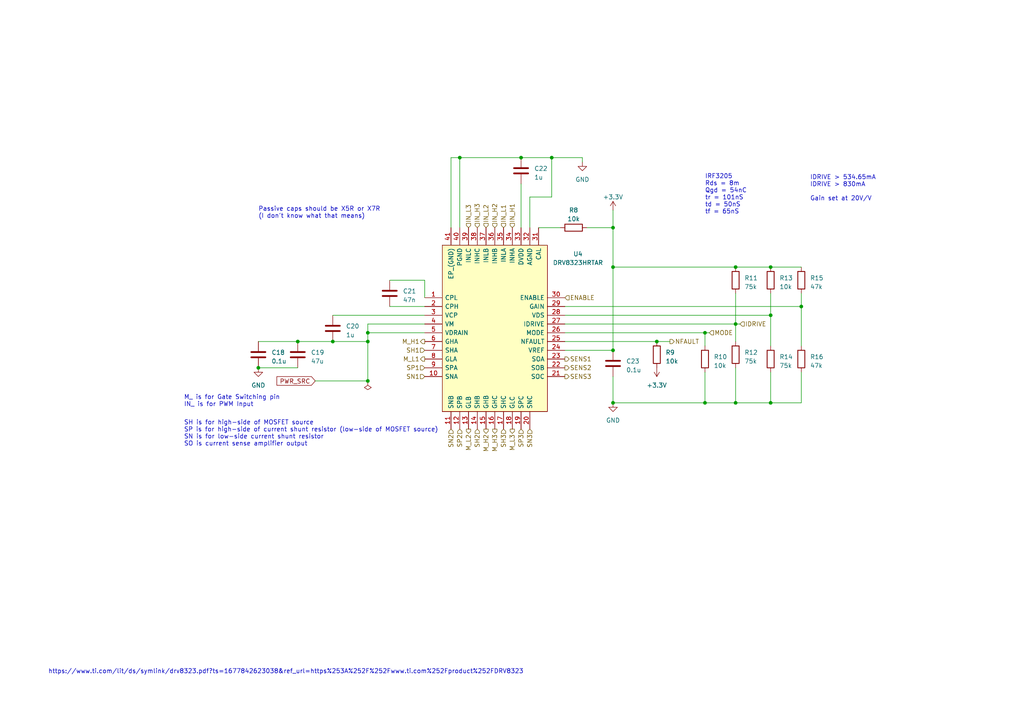
<source format=kicad_sch>
(kicad_sch (version 20230121) (generator eeschema)
  (paper "A4")
  (lib_symbols
    (symbol "DRV8323HRTAR:DRV8323HRTAR" (pin_names (offset 0.762))
      (property "Reference" "IC1" (at 44.45 5.1817 0))
      (property "Value" "DRV8323HRTAR" (at 44.45 2.6417 0))
      (symbol "DRV8323HRTAR_0_0"
        (pin passive line (at 0 0 0) (length 5.08) (name "CPL") (number "1"))
        (pin passive line (at 0 -22.86 0) (length 5.08) (name "SNA") (number "10"))
        (pin passive line (at 7.62 -38.1 90) (length 5.08) (name "SNB") (number "11"))
        (pin passive line (at 10.16 -38.1 90) (length 5.08) (name "SPB") (number "12"))
        (pin passive line (at 12.7 -38.1 90) (length 5.08) (name "GLB") (number "13"))
        (pin passive line (at 15.24 -38.1 90) (length 5.08) (name "SHB") (number "14"))
        (pin passive line (at 17.78 -38.1 90) (length 5.08) (name "GHB") (number "15"))
        (pin passive line (at 20.32 -38.1 90) (length 5.08) (name "GHC") (number "16"))
        (pin passive line (at 22.86 -38.1 90) (length 5.08) (name "SHC") (number "17"))
        (pin passive line (at 25.4 -38.1 90) (length 5.08) (name "GLC") (number "18"))
        (pin passive line (at 27.94 -38.1 90) (length 5.08) (name "SPC") (number "19"))
        (pin passive line (at 0 -2.54 0) (length 5.08) (name "CPH") (number "2"))
        (pin passive line (at 30.48 -38.1 90) (length 5.08) (name "SNC") (number "20"))
        (pin passive line (at 40.64 -22.86 180) (length 5.08) (name "SOC") (number "21"))
        (pin passive line (at 40.64 -20.32 180) (length 5.08) (name "SOB") (number "22"))
        (pin passive line (at 40.64 -17.78 180) (length 5.08) (name "SOA") (number "23"))
        (pin passive line (at 40.64 -15.24 180) (length 5.08) (name "VREF") (number "24"))
        (pin passive line (at 40.64 -12.7 180) (length 5.08) (name "NFAULT") (number "25"))
        (pin passive line (at 40.64 -10.16 180) (length 5.08) (name "MODE") (number "26"))
        (pin passive line (at 40.64 -7.62 180) (length 5.08) (name "IDRIVE") (number "27"))
        (pin passive line (at 40.64 -5.08 180) (length 5.08) (name "VDS") (number "28"))
        (pin passive line (at 40.64 -2.54 180) (length 5.08) (name "GAIN") (number "29"))
        (pin passive line (at 0 -5.08 0) (length 5.08) (name "VCP") (number "3"))
        (pin passive line (at 40.64 0 180) (length 5.08) (name "ENABLE") (number "30"))
        (pin passive line (at 33.02 20.32 270) (length 5.08) (name "CAL") (number "31"))
        (pin passive line (at 30.48 20.32 270) (length 5.08) (name "AGND") (number "32"))
        (pin passive line (at 27.94 20.32 270) (length 5.08) (name "DVDD") (number "33"))
        (pin passive line (at 25.4 20.32 270) (length 5.08) (name "INHA") (number "34"))
        (pin passive line (at 22.86 20.32 270) (length 5.08) (name "INLA") (number "35"))
        (pin passive line (at 20.32 20.32 270) (length 5.08) (name "INHB") (number "36"))
        (pin passive line (at 17.78 20.32 270) (length 5.08) (name "INLB") (number "37"))
        (pin passive line (at 15.24 20.32 270) (length 5.08) (name "INHC") (number "38"))
        (pin passive line (at 12.7 20.32 270) (length 5.08) (name "INLC") (number "39"))
        (pin passive line (at 0 -7.62 0) (length 5.08) (name "VM") (number "4"))
        (pin passive line (at 10.16 20.32 270) (length 5.08) (name "PGND") (number "40"))
        (pin passive line (at 7.62 20.32 270) (length 5.08) (name "EP_(GND)") (number "41"))
        (pin passive line (at 0 -10.16 0) (length 5.08) (name "VDRAIN") (number "5"))
        (pin passive line (at 0 -12.7 0) (length 5.08) (name "GHA") (number "6"))
        (pin passive line (at 0 -15.24 0) (length 5.08) (name "SHA") (number "7"))
        (pin passive line (at 0 -17.78 0) (length 5.08) (name "GLA") (number "8"))
        (pin passive line (at 0 -20.32 0) (length 5.08) (name "SPA") (number "9"))
      )
      (symbol "DRV8323HRTAR_0_1"
        (polyline (pts (xy 5.08 15.24) (xy 35.56 15.24) (xy 35.56 -33.02) (xy 5.08 -33.02) (xy 5.08 15.24)) (stroke (width 0.1524)) (fill (type background)))
        (rectangle (start 5.08 15.24) (end 35.56 -33.02))
      )
    )
    (symbol "Device:C" (pin_numbers hide) (pin_names (offset 0.254))
      (property "Reference" "C" (at 0.635 2.54 0))
      (property "Value" "C" (at 0.635 -2.54 0))
      (symbol "C_0_1"
        (polyline (pts (xy -2.032 -0.762) (xy 2.032 -0.762)) (stroke (width 0.508)))
        (polyline (pts (xy -2.032 0.762) (xy 2.032 0.762)) (stroke (width 0.508)))
      )
      (symbol "C_1_1"
        (pin passive line (at 0 3.81 270) (length 2.794) (name "~") (number "1"))
        (pin passive line (at 0 -3.81 90) (length 2.794) (name "~") (number "2"))
      )
    )
    (symbol "Device:R" (pin_numbers hide) (pin_names (offset 0))
      (property "Reference" "R" (at 2.032 0 90))
      (property "Value" "R" (at 0 0 90))
      (symbol "R_0_1"
        (rectangle (start -1.016 -2.54) (end 1.016 2.54) (stroke (width 0.254)))
      )
      (symbol "R_1_1"
        (pin passive line (at 0 3.81 270) (length 1.27) (name "~") (number "1"))
        (pin passive line (at 0 -3.81 90) (length 1.27) (name "~") (number "2"))
      )
    )
    (symbol "power:+3.3V" (power) (pin_names (offset 0))
      (property "Value" "+3.3V" (at 0 3.556 0))
      (symbol "+3.3V_0_1"
        (polyline (pts (xy -0.762 1.27) (xy 0 2.54)))
        (polyline (pts (xy 0 0) (xy 0 2.54)))
        (polyline (pts (xy 0 2.54) (xy 0.762 1.27)))
      )
      (symbol "+3.3V_1_1"
        (pin power_in line (at 0 0 90) (length 0) hide (name "+3.3V") (number "1"))
      )
    )
    (symbol "power:GND" (power) (pin_names (offset 0))
      (property "Value" "GND" (at 0 -3.81 0))
      (symbol "GND_0_1"
        (polyline (pts (xy 0 0) (xy 0 -1.27) (xy 1.27 -1.27) (xy 0 -2.54) (xy -1.27 -1.27) (xy 0 -1.27)))
      )
      (symbol "GND_1_1"
        (pin power_in line (at 0 0 270) (length 0) hide (name "GND") (number "1"))
      )
    )
    (symbol "power:PWR_FLAG" (power) (pin_numbers hide) (pin_names (offset 0) hide)
      (property "Value" "PWR_FLAG" (at 0 3.81 0))
      (symbol "PWR_FLAG_0_0"
        (pin power_out line (at 0 0 90) (length 0) (name "pwr") (number "1"))
      )
      (symbol "PWR_FLAG_0_1"
        (polyline (pts (xy 0 0) (xy 0 1.27) (xy -1.016 1.905) (xy 0 2.54) (xy 1.016 1.905) (xy 0 1.27)))
      )
    )
  )
  (junction (at 177.8 101.6))
  (junction (at 232.41 88.9))
  (junction (at 190.5 99.06))
  (junction (at 160.02 45.72))
  (junction (at 223.52 116.84))
  (junction (at 106.68 96.52))
  (junction (at 177.8 77.47))
  (junction (at 133.35 45.72))
  (junction (at 177.8 116.84))
  (junction (at 213.36 77.47))
  (junction (at 177.8 66.04))
  (junction (at 151.13 45.72))
  (junction (at 223.52 77.47))
  (junction (at 86.36 99.06))
  (junction (at 213.36 93.98))
  (junction (at 74.93 106.68))
  (junction (at 96.52 99.06))
  (junction (at 204.47 116.84))
  (junction (at 223.52 91.44))
  (junction (at 106.68 99.06))
  (junction (at 213.36 116.84))
  (junction (at 106.68 110.49))
  (junction (at 204.47 96.52))
  (wire (pts (xy 153.67 57.15) (xy 153.67 66.04)))
  (wire (pts (xy 232.41 100.33) (xy 232.41 88.9)))
  (wire (pts (xy 160.02 45.72) (xy 151.13 45.72)))
  (wire (pts (xy 177.8 109.22) (xy 177.8 116.84)))
  (wire (pts (xy 163.83 93.98) (xy 213.36 93.98)))
  (wire (pts (xy 74.93 99.06) (xy 86.36 99.06)))
  (wire (pts (xy 130.81 66.04) (xy 130.81 45.72)))
  (wire (pts (xy 163.83 101.6) (xy 177.8 101.6)))
  (wire (pts (xy 96.52 91.44) (xy 123.19 91.44)))
  (wire (pts (xy 160.02 45.72) (xy 160.02 57.15)))
  (wire (pts (xy 106.68 93.98) (xy 106.68 96.52)))
  (wire (pts (xy 113.03 88.9) (xy 123.19 88.9)))
  (wire (pts (xy 86.36 99.06) (xy 96.52 99.06)))
  (wire (pts (xy 168.91 45.72) (xy 168.91 46.99)))
  (wire (pts (xy 232.41 116.84) (xy 232.41 107.95)))
  (wire (pts (xy 96.52 99.06) (xy 106.68 99.06)))
  (wire (pts (xy 153.67 57.15) (xy 160.02 57.15)))
  (wire (pts (xy 156.21 66.04) (xy 162.56 66.04)))
  (wire (pts (xy 213.36 106.68) (xy 213.36 116.84)))
  (wire (pts (xy 204.47 96.52) (xy 163.83 96.52)))
  (wire (pts (xy 177.8 60.96) (xy 177.8 66.04)))
  (wire (pts (xy 177.8 77.47) (xy 213.36 77.47)))
  (wire (pts (xy 204.47 107.95) (xy 204.47 116.84)))
  (wire (pts (xy 223.52 116.84) (xy 232.41 116.84)))
  (wire (pts (xy 213.36 116.84) (xy 223.52 116.84)))
  (wire (pts (xy 163.83 88.9) (xy 232.41 88.9)))
  (wire (pts (xy 151.13 53.34) (xy 151.13 66.04)))
  (wire (pts (xy 106.68 96.52) (xy 106.68 99.06)))
  (wire (pts (xy 106.68 99.06) (xy 106.68 110.49)))
  (wire (pts (xy 170.18 66.04) (xy 177.8 66.04)))
  (wire (pts (xy 204.47 116.84) (xy 213.36 116.84)))
  (wire (pts (xy 177.8 116.84) (xy 204.47 116.84)))
  (wire (pts (xy 133.35 45.72) (xy 133.35 66.04)))
  (wire (pts (xy 133.35 45.72) (xy 151.13 45.72)))
  (wire (pts (xy 223.52 85.09) (xy 223.52 91.44)))
  (wire (pts (xy 190.5 99.06) (xy 163.83 99.06)))
  (wire (pts (xy 113.03 81.28) (xy 123.19 81.28)))
  (wire (pts (xy 106.68 96.52) (xy 123.19 96.52)))
  (wire (pts (xy 213.36 77.47) (xy 223.52 77.47)))
  (wire (pts (xy 223.52 107.95) (xy 223.52 116.84)))
  (wire (pts (xy 123.19 93.98) (xy 106.68 93.98)))
  (wire (pts (xy 194.31 99.06) (xy 190.5 99.06)))
  (wire (pts (xy 213.36 85.09) (xy 213.36 93.98)))
  (wire (pts (xy 232.41 85.09) (xy 232.41 88.9)))
  (wire (pts (xy 160.02 45.72) (xy 168.91 45.72)))
  (wire (pts (xy 213.36 93.98) (xy 214.63 93.98)))
  (wire (pts (xy 223.52 91.44) (xy 163.83 91.44)))
  (wire (pts (xy 204.47 100.33) (xy 204.47 96.52)))
  (wire (pts (xy 177.8 66.04) (xy 177.8 77.47)))
  (wire (pts (xy 91.44 110.49) (xy 106.68 110.49)))
  (wire (pts (xy 213.36 93.98) (xy 213.36 99.06)))
  (wire (pts (xy 177.8 77.47) (xy 177.8 101.6)))
  (wire (pts (xy 223.52 100.33) (xy 223.52 91.44)))
  (wire (pts (xy 205.74 96.52) (xy 204.47 96.52)))
  (wire (pts (xy 130.81 45.72) (xy 133.35 45.72)))
  (wire (pts (xy 123.19 86.36) (xy 123.19 81.28)))
  (wire (pts (xy 74.93 106.68) (xy 86.36 106.68)))
  (wire (pts (xy 223.52 77.47) (xy 232.41 77.47)))
  (text "IDRIVE > 534.65mA\nIDRIVE > 830mA\n\nGain set at 20V/V" (at 234.95 58.42 0) (effects (font (size 1.27 1.27)) (justify left bottom)))
  (text "SH is for high-side of MOSFET source\nSP is for high-side of current shunt resistor (low-side of MOSFET source)\nSN is for low-side current shunt resistor\nSO is current sense amplifier output" (at 53.34 129.54 0) (effects (font (size 1.27 1.27)) (justify left bottom)))
  (text "Passive caps should be X5R or X7R\n(I don't know what that means)" (at 74.93 63.5 0) (effects (font (size 1.27 1.27)) (justify left bottom)))
  (text "https://www.ti.com/lit/ds/symlink/drv8323.pdf?ts=1677842623038&ref_url=https%253A%252F%252Fwww.ti.com%252Fproduct%252FDRV8323" (at 13.97 195.58 0) (effects (font (size 1.27 1.27)) (justify left bottom)))
  (text "M_ is for Gate Switching pin\nIN_ is for PWM Input" (at 53.34 118.11 0) (effects (font (size 1.27 1.27)) (justify left bottom)))
  (text "IRF3205\nRds = 8m\nQgd = 54nC\ntr = 101nS\ntd = 50nS\ntf = 65nS" (at 204.47 62.23 0) (effects (font (size 1.27 1.27)) (justify left bottom)))
  (global_label "PWR_SRC" (shape input) (at 91.44 110.49 180) (property "Intersheetrefs" "${INTERSHEET_REFS}" (effects hide)))
  (hierarchical_label "IDRIVE" (shape input) (at 214.63 93.98 0))
  (hierarchical_label "SH1" (shape input) (at 123.19 101.6 180))
  (hierarchical_label "M_H1" (shape output) (at 123.19 99.06 180))
  (hierarchical_label "SH3" (shape input) (at 146.05 124.46 270))
  (hierarchical_label "M_L3" (shape output) (at 148.59 124.46 270))
  (hierarchical_label "SP2" (shape input) (at 133.35 124.46 270))
  (hierarchical_label "NFAULT" (shape output) (at 194.31 99.06 0))
  (hierarchical_label "ENABLE" (shape input) (at 163.83 86.36 0))
  (hierarchical_label "M_L1" (shape output) (at 123.19 104.14 180))
  (hierarchical_label "M_H2" (shape output) (at 140.97 124.46 270))
  (hierarchical_label "IN_L3" (shape input) (at 135.89 66.04 90))
  (hierarchical_label "SN1" (shape input) (at 123.19 109.22 180))
  (hierarchical_label "IN_H1" (shape input) (at 148.59 66.04 90))
  (hierarchical_label "SN3" (shape input) (at 153.67 124.46 270))
  (hierarchical_label "SENS1" (shape output) (at 163.83 104.14 0))
  (hierarchical_label "M_H3" (shape output) (at 143.51 124.46 270))
  (hierarchical_label "SP1" (shape input) (at 123.19 106.68 180))
  (hierarchical_label "SENS3" (shape output) (at 163.83 109.22 0))
  (hierarchical_label "IN_L1" (shape input) (at 146.05 66.04 90))
  (hierarchical_label "SH2" (shape input) (at 138.43 124.46 270))
  (hierarchical_label "M_L2" (shape output) (at 135.89 124.46 270))
  (hierarchical_label "SN2" (shape input) (at 130.81 124.46 270))
  (hierarchical_label "SP3" (shape input) (at 151.13 124.46 270))
  (hierarchical_label "SENS2" (shape output) (at 163.83 106.68 0))
  (hierarchical_label "IN_H3" (shape input) (at 138.43 66.04 90))
  (hierarchical_label "MODE" (shape input) (at 205.74 96.52 0))
  (hierarchical_label "IN_H2" (shape input) (at 143.51 66.04 90))
  (hierarchical_label "IN_L2" (shape input) (at 140.97 66.04 90))
  (symbol (lib_id "Device:C") (at 151.13 49.53 180) (unit 1)
    (property "Reference" "C22" (at 154.94 48.895 0) (effects (justify right)))
    (property "Value" "1u" (at 154.94 51.435 0) (effects (justify right)))
    (property "Footprint" "Capacitor_SMD:C_0603_1608Metric" (effects hide))
  )
  (symbol (lib_id "Device:R") (at 223.52 81.28 0) (unit 1)
    (property "Reference" "R13" (at 226.06 80.645 0) (effects (justify left)))
    (property "Value" "10k" (at 226.06 83.185 0) (effects (justify left)))
    (property "Footprint" "Resistor_SMD:R_0603_1608Metric" (effects hide))
  )
  (symbol (lib_id "power:GND") (at 168.91 46.99 0) (unit 1)
    (property "Reference" "#PWR031" (effects hide))
    (property "Value" "GND" (at 168.91 52.07 0))
  )
  (symbol (lib_id "power:+3.3V") (at 190.5 106.68 180) (unit 1)
    (property "Reference" "#PWR034" (effects hide))
    (property "Value" "+3.3V" (at 190.5 111.76 0))
  )
  (symbol (lib_id "power:GND") (at 74.93 106.68 0) (unit 1)
    (property "Reference" "#PWR030" (effects hide))
    (property "Value" "GND" (at 74.93 111.76 0))
  )
  (symbol (lib_id "Device:R") (at 232.41 104.14 0) (unit 1)
    (property "Reference" "R16" (at 234.95 103.505 0) (effects (justify left)))
    (property "Value" "47k" (at 234.95 106.045 0) (effects (justify left)))
    (property "Footprint" "Resistor_SMD:R_0603_1608Metric" (effects hide))
  )
  (symbol (lib_id "Device:C") (at 86.36 102.87 0) (unit 1)
    (property "Reference" "C19" (at 90.17 102.235 0) (effects (justify left)))
    (property "Value" "47u" (at 90.17 104.775 0) (effects (justify left)))
    (property "Footprint" "Capacitor_THT:CP_Radial_D5.0mm_P2.00mm" (effects hide))
  )
  (symbol (lib_id "power:+3.3V") (at 177.8 60.96 0) (unit 1)
    (property "Reference" "#PWR032" (effects hide))
    (property "Value" "+3.3V" (at 177.8 57.15 0))
  )
  (symbol (lib_id "Device:R") (at 213.36 102.87 0) (unit 1)
    (property "Reference" "R12" (at 215.9 102.235 0) (effects (justify left)))
    (property "Value" "75k" (at 215.9 104.775 0) (effects (justify left)))
    (property "Footprint" "Resistor_SMD:R_0603_1608Metric" (effects hide))
  )
  (symbol (lib_id "Device:R") (at 166.37 66.04 90) (unit 1)
    (property "Reference" "R8" (at 166.37 60.96 90))
    (property "Value" "10k" (at 166.37 63.5 90))
    (property "Footprint" "Resistor_SMD:R_0603_1608Metric" (effects hide))
  )
  (symbol (lib_id "power:GND") (at 177.8 116.84 0) (unit 1)
    (property "Reference" "#PWR033" (effects hide))
    (property "Value" "GND" (at 177.8 121.92 0))
  )
  (symbol (lib_id "Device:R") (at 223.52 104.14 0) (unit 1)
    (property "Reference" "R14" (at 226.06 103.505 0) (effects (justify left)))
    (property "Value" "75k" (at 226.06 106.045 0) (effects (justify left)))
    (property "Footprint" "Resistor_SMD:R_0603_1608Metric" (effects hide))
  )
  (symbol (lib_id "Device:R") (at 204.47 104.14 0) (unit 1)
    (property "Reference" "R10" (at 207.01 103.505 0) (effects (justify left)))
    (property "Value" "10k" (at 207.01 106.045 0) (effects (justify left)))
    (property "Footprint" "Resistor_SMD:R_0603_1608Metric" (effects hide))
  )
  (symbol (lib_id "Device:R") (at 213.36 81.28 0) (unit 1)
    (property "Reference" "R11" (at 215.9 80.645 0) (effects (justify left)))
    (property "Value" "75k" (at 215.9 83.185 0) (effects (justify left)))
    (property "Footprint" "Resistor_SMD:R_0603_1608Metric" (effects hide))
  )
  (symbol (lib_id "power:PWR_FLAG") (at 106.68 110.49 180) (unit 1)
    (property "Reference" "#FLG01" (effects hide))
    (property "Value" "PWR_FLAG" (effects hide))
  )
  (symbol (lib_id "Device:C") (at 74.93 102.87 0) (unit 1)
    (property "Reference" "C18" (at 78.74 102.235 0) (effects (justify left)))
    (property "Value" "0.1u" (at 78.74 104.775 0) (effects (justify left)))
    (property "Footprint" "Capacitor_SMD:C_0603_1608Metric" (effects hide))
  )
  (symbol (lib_id "Device:R") (at 190.5 102.87 0) (unit 1)
    (property "Reference" "R9" (at 193.04 102.235 0) (effects (justify left)))
    (property "Value" "10k" (at 193.04 104.775 0) (effects (justify left)))
    (property "Footprint" "Resistor_SMD:R_0603_1608Metric" (effects hide))
  )
  (symbol (lib_id "DRV8323HRTAR:DRV8323HRTAR") (at 123.19 86.36 0) (unit 1)
    (property "Reference" "U4" (at 167.64 73.66 0))
    (property "Value" "DRV8323HRTAR" (at 167.64 76.2 0))
    (property "Footprint" "ext_footprint:QFN50P600X600X80-41N-D" (effects hide))
    (property "Datasheet" "http://www.ti.com/lit/gpn/drv8323" (effects hide))
    (property "Description" "60V Three-Phase Smart Gate Driver With Three Current Shunt Amplifiers" (effects hide))
    (property "Height" "0.8" (effects hide))
    (property "Manufacturer_Name" "Texas Instruments" (effects hide))
    (property "Manufacturer_Part_Number" "DRV8323HRTAR" (effects hide))
    (property "Mouser Part Number" "595-DRV8323HRTAR" (effects hide))
    (property "Mouser Price/Stock" "https://www.mouser.co.uk/ProductDetail/Texas-Instruments/DRV8323HRTAR?qs=u4fy%2FsgLU9N%252BsI8bz2iwaQ%3D%3D" (effects hide))
    (property "Arrow Part Number" "DRV8323HRTAR" (effects hide))
    (property "Arrow Price/Stock" "https://www.arrow.com/en/products/drv8323hrtar/texas-instruments?region=nac" (effects hide))
  )
  (symbol (lib_id "Device:R") (at 232.41 81.28 0) (unit 1)
    (property "Reference" "R15" (at 234.95 80.645 0) (effects (justify left)))
    (property "Value" "47k" (at 234.95 83.185 0) (effects (justify left)))
    (property "Footprint" "Resistor_SMD:R_0603_1608Metric" (effects hide))
  )
  (symbol (lib_id "Device:C") (at 177.8 105.41 0) (unit 1)
    (property "Reference" "C23" (at 181.61 104.775 0) (effects (justify left)))
    (property "Value" "0.1u" (at 181.61 107.315 0) (effects (justify left)))
    (property "Footprint" "Capacitor_SMD:C_0603_1608Metric" (effects hide))
  )
  (symbol (lib_id "Device:C") (at 113.03 85.09 0) (unit 1)
    (property "Reference" "C21" (at 116.84 84.455 0) (effects (justify left)))
    (property "Value" "47n" (at 116.84 86.995 0) (effects (justify left)))
    (property "Footprint" "Capacitor_SMD:C_0603_1608Metric" (effects hide))
  )
  (symbol (lib_id "Device:C") (at 96.52 95.25 0) (unit 1)
    (property "Reference" "C20" (at 100.33 94.615 0) (effects (justify left)))
    (property "Value" "1u" (at 100.33 97.155 0) (effects (justify left)))
    (property "Footprint" "Capacitor_SMD:C_0603_1608Metric" (effects hide))
  )
)
</source>
